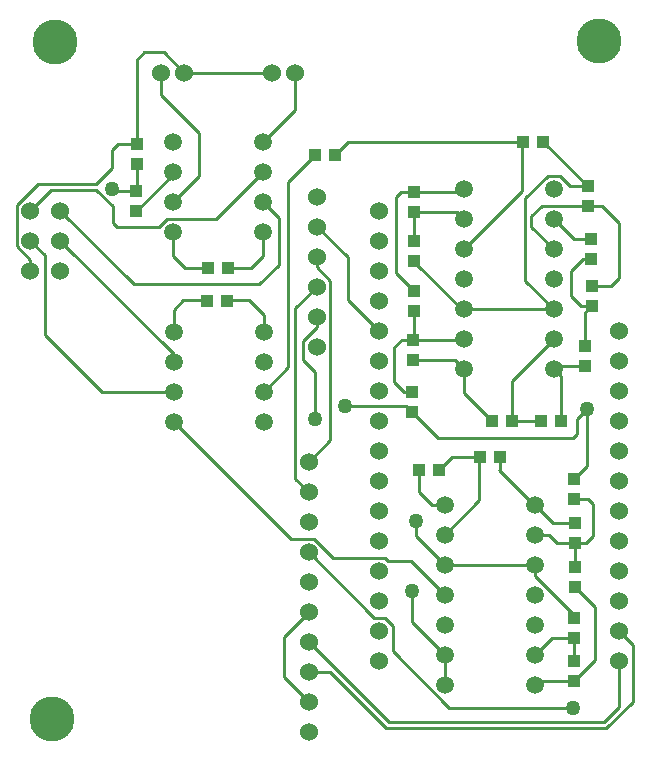
<source format=gtl>
G04 Layer_Physical_Order=1*
G04 Layer_Color=255*
%FSAX25Y25*%
%MOIN*%
G70*
G01*
G75*
%ADD10R,0.03937X0.04331*%
%ADD11R,0.04331X0.03937*%
%ADD12C,0.01000*%
%ADD13C,0.05906*%
%ADD14C,0.06000*%
%ADD15C,0.15000*%
%ADD16C,0.05000*%
D10*
X0229100Y0315953D02*
D03*
Y0322646D02*
D03*
X0380500Y0290947D02*
D03*
Y0284254D02*
D03*
X0380800Y0275346D02*
D03*
Y0268653D02*
D03*
X0378700Y0255346D02*
D03*
Y0248654D02*
D03*
X0379500Y0301954D02*
D03*
Y0308646D02*
D03*
X0320900Y0233353D02*
D03*
Y0240047D02*
D03*
X0321200Y0250654D02*
D03*
Y0257347D02*
D03*
X0321400Y0267054D02*
D03*
Y0273746D02*
D03*
X0321600Y0283554D02*
D03*
Y0290247D02*
D03*
X0321500Y0300054D02*
D03*
Y0306747D02*
D03*
X0375000Y0204453D02*
D03*
Y0211146D02*
D03*
X0375100Y0189753D02*
D03*
Y0196447D02*
D03*
X0375200Y0175054D02*
D03*
Y0181746D02*
D03*
X0375000Y0158153D02*
D03*
Y0164847D02*
D03*
X0374900Y0143553D02*
D03*
Y0150247D02*
D03*
X0229000Y0300354D02*
D03*
Y0307047D02*
D03*
D11*
X0370547Y0230400D02*
D03*
X0363854D02*
D03*
X0357753Y0323300D02*
D03*
X0364446D02*
D03*
X0347553Y0230300D02*
D03*
X0354246D02*
D03*
X0343454Y0218400D02*
D03*
X0350147D02*
D03*
X0323253Y0214100D02*
D03*
X0329946D02*
D03*
X0288653Y0319100D02*
D03*
X0295346D02*
D03*
X0252753Y0281300D02*
D03*
X0259447D02*
D03*
X0252554Y0270500D02*
D03*
X0259246D02*
D03*
D12*
X0320900Y0233353D02*
X0329453Y0224800D01*
X0374700D01*
X0375900Y0226000D01*
Y0230900D01*
X0379300Y0234300D01*
X0334246Y0218400D02*
X0343454D01*
X0343253Y0203954D02*
Y0218200D01*
X0329946Y0214100D02*
X0334246Y0218400D01*
X0349946Y0214200D02*
X0361647Y0202500D01*
X0350147Y0214400D02*
Y0218400D01*
X0354246Y0230300D02*
Y0243647D01*
Y0230300D02*
X0354346Y0230400D01*
X0363854D01*
X0370547D02*
Y0245253D01*
X0368200Y0247600D02*
X0370547Y0245253D01*
X0354246Y0243647D02*
X0368200Y0257600D01*
X0338200Y0239653D02*
X0347553Y0230300D01*
X0338200Y0239653D02*
Y0247600D01*
X0357554Y0306954D02*
Y0323300D01*
X0357753D01*
X0299547D02*
X0357554D01*
X0295346Y0319100D02*
X0299547Y0323300D01*
X0320500Y0183800D02*
X0331800Y0172500D01*
X0312764Y0183800D02*
X0320500D01*
X0311764Y0184800D02*
X0312764Y0183800D01*
X0294664Y0184800D02*
X0311764D01*
X0288264Y0191200D02*
X0294664Y0184800D01*
X0280400Y0191200D02*
X0288264D01*
X0241400Y0230200D02*
X0280400Y0191200D01*
X0368200Y0297600D02*
X0374853Y0290947D01*
X0380500D01*
X0364053Y0302053D02*
X0379500D01*
X0360700Y0295100D02*
X0368200Y0287600D01*
X0360700Y0295100D02*
Y0298700D01*
X0364053Y0302053D01*
X0379500Y0301954D02*
Y0302053D01*
X0358700Y0277100D02*
Y0304600D01*
X0366153Y0312053D01*
X0370044D01*
X0373451Y0308646D01*
X0361800Y0152500D02*
X0367454Y0158153D01*
X0375000D01*
X0331800Y0142500D02*
Y0152500D01*
X0320900Y0163400D02*
X0331800Y0152500D01*
X0320900Y0163400D02*
Y0173700D01*
X0338200Y0287600D02*
X0357554Y0306954D01*
X0335746Y0300054D02*
X0338200Y0297600D01*
X0321500Y0300054D02*
X0335746D01*
X0259447Y0281300D02*
X0267100D01*
X0271100Y0285300D01*
Y0293300D01*
X0245100Y0281300D02*
X0252753D01*
X0241100Y0285300D02*
X0245100Y0281300D01*
X0241100Y0285300D02*
Y0293300D01*
X0244700Y0270700D02*
X0252954D01*
X0241400Y0267400D02*
X0244700Y0270700D01*
X0241400Y0260200D02*
Y0267400D01*
X0259647Y0270700D02*
X0266400D01*
X0271400Y0265700D01*
Y0260200D02*
Y0265700D01*
X0331800Y0192500D02*
X0343253Y0203954D01*
X0362854Y0143553D02*
X0374900D01*
X0361800Y0142500D02*
X0362854Y0143553D01*
X0361800Y0178797D02*
Y0182500D01*
Y0178797D02*
X0375000Y0165597D01*
Y0164847D02*
Y0165597D01*
Y0150347D02*
Y0158153D01*
X0375200Y0175054D02*
X0382000Y0168254D01*
Y0150654D02*
Y0168254D01*
X0374900Y0143553D02*
X0382000Y0150654D01*
X0375100Y0181846D02*
Y0189753D01*
X0375000Y0204453D02*
X0379546D01*
X0381300Y0202700D01*
Y0192200D02*
Y0202700D01*
X0378854Y0189753D02*
X0381300Y0192200D01*
X0375100Y0189753D02*
X0378854D01*
X0229100Y0307147D02*
Y0315953D01*
X0323253Y0206646D02*
Y0214100D01*
Y0206646D02*
X0327400Y0202500D01*
X0331800D01*
X0361800D02*
X0367853Y0196447D01*
X0375100D01*
X0361800Y0192500D02*
X0366500D01*
X0369247Y0189753D01*
X0375100D01*
X0317446Y0257347D02*
X0321200D01*
X0315000Y0254900D02*
X0317446Y0257347D01*
X0315000Y0243400D02*
Y0254900D01*
Y0243400D02*
X0318354Y0240047D01*
X0320900D01*
X0321200Y0257347D02*
X0321400Y0257546D01*
X0315500Y0279646D02*
X0321400Y0273746D01*
Y0257546D02*
Y0267054D01*
X0315500Y0279646D02*
Y0305100D01*
X0317146Y0306747D01*
X0321500D01*
X0321200Y0257347D02*
X0337947D01*
X0321200Y0250654D02*
X0335146D01*
X0338200Y0247600D01*
X0321500Y0290347D02*
Y0300054D01*
Y0306747D02*
X0337347D01*
X0369253Y0248654D02*
X0378700D01*
X0379500Y0301954D02*
X0384246D01*
X0378700Y0255346D02*
Y0266553D01*
X0380800Y0268653D01*
X0377246D02*
X0380800D01*
X0373900Y0272000D02*
X0377246Y0268653D01*
X0373900Y0272000D02*
Y0280300D01*
X0377853Y0284254D01*
X0380500D01*
X0380800Y0275346D02*
X0387246D01*
X0389800Y0277900D01*
Y0296400D01*
X0384246Y0301954D02*
X0389800Y0296400D01*
X0279700Y0310146D02*
X0288653Y0319100D01*
X0279700Y0248500D02*
Y0310146D01*
X0271400Y0240200D02*
X0279700Y0248500D01*
X0229000Y0300354D02*
X0241100Y0312454D01*
X0238200Y0353300D02*
X0245000Y0346500D01*
X0237100Y0339000D02*
Y0346500D01*
Y0339000D02*
X0249800Y0326300D01*
Y0312000D02*
Y0326300D01*
X0241100Y0303300D02*
X0249800Y0312000D01*
X0203700Y0290500D02*
X0241400Y0252800D01*
X0193700Y0290500D02*
X0198600Y0285600D01*
Y0259000D02*
Y0285600D01*
Y0259000D02*
X0217400Y0240200D01*
X0241400D01*
X0191500Y0280500D02*
X0193700D01*
X0229100Y0322646D02*
Y0350700D01*
X0231700Y0353300D01*
X0238200D01*
X0282000Y0334200D02*
Y0346500D01*
X0271100Y0323300D02*
X0282000Y0334200D01*
X0289200Y0295200D02*
X0299400Y0285000D01*
Y0270800D02*
Y0285000D01*
Y0270800D02*
X0309900Y0260300D01*
X0364647Y0323500D02*
X0379500Y0308646D01*
X0278100Y0158400D02*
X0286400Y0166700D01*
X0278100Y0145000D02*
Y0158400D01*
Y0145000D02*
X0286400Y0136700D01*
X0389900Y0135100D02*
Y0150300D01*
X0384800Y0130000D02*
X0389900Y0135100D01*
X0313100Y0130000D02*
X0384800D01*
X0286400Y0156700D02*
X0313100Y0130000D01*
X0331800Y0182500D02*
X0361800D01*
X0338200Y0267600D02*
X0368200D01*
X0373451Y0308646D02*
X0379500D01*
X0358700Y0277100D02*
X0368200Y0267600D01*
X0281900Y0267900D02*
X0289200Y0275200D01*
X0281900Y0211200D02*
Y0267900D01*
Y0211200D02*
X0286400Y0206700D01*
X0389900Y0160300D02*
X0394400Y0155800D01*
Y0136772D02*
Y0155800D01*
X0385628Y0128000D02*
X0394400Y0136772D01*
X0312272Y0128000D02*
X0385628D01*
X0293572Y0146700D02*
X0312272Y0128000D01*
X0286400Y0146700D02*
X0293572D01*
X0203700Y0300500D02*
X0228300Y0275900D01*
X0269900D01*
X0276500Y0282500D01*
Y0297900D01*
X0271100Y0303300D02*
X0276500Y0297900D01*
X0193700Y0300500D02*
X0200600Y0307400D01*
X0215600D01*
X0221100Y0301900D01*
X0236403Y0294900D02*
X0239256Y0297753D01*
X0255553D01*
X0271100Y0313300D01*
X0221100Y0296400D02*
Y0301900D01*
Y0296400D02*
X0222600Y0294900D01*
X0236403D01*
X0322006Y0283147D02*
X0337554Y0267600D01*
X0245000Y0346500D02*
X0274100D01*
X0221654Y0307047D02*
X0229000D01*
X0220900Y0307800D02*
X0221654Y0307047D01*
X0322300Y0192000D02*
X0331800Y0182500D01*
X0322300Y0192000D02*
Y0197200D01*
X0379300Y0215446D02*
Y0234300D01*
X0375000Y0211146D02*
X0379300Y0215446D01*
X0289200Y0281564D02*
Y0285200D01*
Y0281564D02*
X0293700Y0277064D01*
Y0224000D02*
Y0277064D01*
X0286400Y0216700D02*
X0293700Y0224000D01*
X0298700Y0235500D02*
X0318754D01*
X0320900Y0233353D01*
X0333203Y0134800D02*
X0374400D01*
X0314400Y0153603D02*
X0333203Y0134800D01*
X0314400Y0153603D02*
Y0162164D01*
X0311764Y0164800D02*
X0314400Y0162164D01*
X0308300Y0164800D02*
X0311764D01*
X0286400Y0186700D02*
X0308300Y0164800D01*
X0289200Y0261564D02*
Y0265200D01*
X0284700Y0257064D02*
X0289200Y0261564D01*
X0284700Y0250700D02*
Y0257064D01*
Y0250700D02*
X0288600Y0246800D01*
Y0230900D02*
Y0246800D01*
X0193700Y0280500D02*
Y0284136D01*
X0189200Y0288636D02*
X0193700Y0284136D01*
X0189200Y0288636D02*
Y0302364D01*
X0196236Y0309400D01*
X0215600D01*
X0220800Y0314600D01*
Y0320700D01*
X0222746Y0322646D01*
X0229100D01*
D13*
X0361800Y0142500D02*
D03*
Y0152500D02*
D03*
Y0162500D02*
D03*
Y0172500D02*
D03*
Y0182500D02*
D03*
Y0192500D02*
D03*
Y0202500D02*
D03*
X0331800D02*
D03*
Y0192500D02*
D03*
Y0182500D02*
D03*
Y0172500D02*
D03*
Y0162500D02*
D03*
Y0152500D02*
D03*
Y0142500D02*
D03*
X0338200Y0307600D02*
D03*
Y0297600D02*
D03*
Y0287600D02*
D03*
Y0277600D02*
D03*
Y0267600D02*
D03*
Y0257600D02*
D03*
Y0247600D02*
D03*
X0368200D02*
D03*
Y0257600D02*
D03*
Y0267600D02*
D03*
Y0277600D02*
D03*
Y0287600D02*
D03*
Y0297600D02*
D03*
Y0307600D02*
D03*
X0241100Y0293300D02*
D03*
Y0303300D02*
D03*
Y0313300D02*
D03*
Y0323300D02*
D03*
X0271100Y0313300D02*
D03*
Y0323300D02*
D03*
Y0293300D02*
D03*
Y0303300D02*
D03*
X0241400Y0230200D02*
D03*
Y0240200D02*
D03*
Y0250200D02*
D03*
Y0260200D02*
D03*
X0271400Y0230200D02*
D03*
Y0240200D02*
D03*
Y0250200D02*
D03*
Y0260200D02*
D03*
D14*
X0286400Y0176700D02*
D03*
Y0186700D02*
D03*
Y0196700D02*
D03*
Y0206700D02*
D03*
Y0216700D02*
D03*
Y0166700D02*
D03*
Y0156700D02*
D03*
Y0146700D02*
D03*
Y0136700D02*
D03*
Y0126700D02*
D03*
X0289200Y0305200D02*
D03*
Y0295200D02*
D03*
Y0285200D02*
D03*
Y0275200D02*
D03*
Y0265200D02*
D03*
Y0255200D02*
D03*
X0245000Y0346500D02*
D03*
X0237100D02*
D03*
X0274100D02*
D03*
X0282000D02*
D03*
X0193700Y0280500D02*
D03*
Y0290500D02*
D03*
Y0300500D02*
D03*
X0203700Y0280500D02*
D03*
Y0290500D02*
D03*
Y0300500D02*
D03*
X0309900Y0160300D02*
D03*
Y0150300D02*
D03*
Y0200300D02*
D03*
Y0210300D02*
D03*
Y0230300D02*
D03*
Y0220300D02*
D03*
Y0250300D02*
D03*
Y0240300D02*
D03*
Y0270300D02*
D03*
Y0260300D02*
D03*
Y0290300D02*
D03*
Y0280300D02*
D03*
Y0300300D02*
D03*
Y0170300D02*
D03*
X0389900Y0160300D02*
D03*
X0309900Y0190300D02*
D03*
Y0180300D02*
D03*
X0389900Y0170300D02*
D03*
Y0150300D02*
D03*
Y0180300D02*
D03*
Y0250300D02*
D03*
Y0240300D02*
D03*
Y0260300D02*
D03*
Y0200300D02*
D03*
Y0190300D02*
D03*
Y0230300D02*
D03*
Y0210300D02*
D03*
Y0220300D02*
D03*
D15*
X0201800Y0356800D02*
D03*
X0383200Y0357100D02*
D03*
X0200800Y0130900D02*
D03*
D16*
X0320900Y0173700D02*
D03*
X0220900Y0307800D02*
D03*
X0322300Y0197200D02*
D03*
X0379300Y0234300D02*
D03*
X0298700Y0235500D02*
D03*
X0374400Y0134800D02*
D03*
X0288600Y0230900D02*
D03*
M02*

</source>
